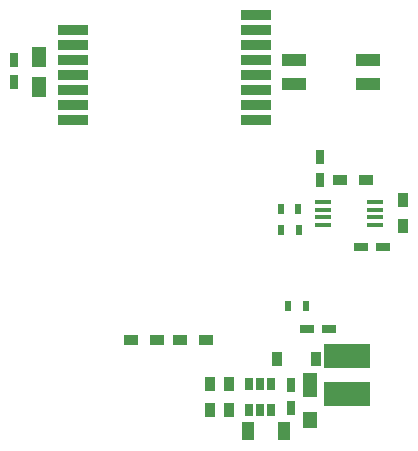
<source format=gtp>
%TF.GenerationSoftware,KiCad,Pcbnew,no-vcs-found-6573a43~60~ubuntu16.04.1*%
%TF.CreationDate,2017-10-02T18:35:18+03:00*%
%TF.ProjectId,livolo_1_channel_1way_eu_switch,6C69766F6C6F5F315F6368616E6E656C,rev?*%
%TF.SameCoordinates,Original*%
%TF.FileFunction,Paste,Top*%
%TF.FilePolarity,Positive*%
%FSLAX46Y46*%
G04 Gerber Fmt 4.6, Leading zero omitted, Abs format (unit mm)*
G04 Created by KiCad (PCBNEW no-vcs-found-6573a43~60~ubuntu16.04.1) date Mon Oct  2 18:35:18 2017*
%MOMM*%
%LPD*%
G01*
G04 APERTURE LIST*
%ADD10R,2.000000X1.000000*%
%ADD11R,2.500000X0.812800*%
%ADD12R,4.000000X2.000000*%
%ADD13R,1.200000X2.000000*%
%ADD14R,1.200000X1.400000*%
%ADD15R,0.900000X1.200000*%
%ADD16R,0.650000X1.060000*%
%ADD17R,1.200000X0.750000*%
%ADD18R,0.750000X1.200000*%
%ADD19R,1.200000X0.900000*%
%ADD20R,0.500000X0.900000*%
%ADD21R,1.260000X1.750000*%
%ADD22R,1.000000X1.600000*%
%ADD23R,1.450000X0.450000*%
G04 APERTURE END LIST*
D10*
X159400000Y-81600000D03*
X153150000Y-81600000D03*
X159400000Y-79600000D03*
X153150000Y-79600000D03*
D11*
X134500000Y-84710000D03*
X149946000Y-84710000D03*
X134500000Y-83440000D03*
X149946000Y-83440000D03*
X134500000Y-82170000D03*
X149946000Y-82170000D03*
X134500000Y-80900000D03*
X149946000Y-80900000D03*
X134500000Y-79630000D03*
X149946000Y-79630000D03*
X134500000Y-78360000D03*
X149946000Y-78360000D03*
X134500000Y-77090000D03*
X149946000Y-77090000D03*
X149946000Y-75820000D03*
D12*
X157700000Y-104650000D03*
X157700000Y-107900000D03*
D13*
X154500000Y-107100000D03*
D14*
X154500000Y-110100000D03*
D15*
X146100000Y-107000000D03*
X146100000Y-109200000D03*
D16*
X150300000Y-109200000D03*
X151250000Y-109200000D03*
X149350000Y-109200000D03*
X149350000Y-107000000D03*
X150300000Y-107000000D03*
X151250000Y-107000000D03*
D17*
X154250000Y-102400000D03*
X156150000Y-102400000D03*
D18*
X152900000Y-109050000D03*
X152900000Y-107150000D03*
D15*
X155050000Y-104900000D03*
X151750000Y-104900000D03*
X147700000Y-109200000D03*
X147700000Y-107000000D03*
D19*
X139400000Y-103300000D03*
X141600000Y-103300000D03*
X145700000Y-103300000D03*
X143500000Y-103300000D03*
D20*
X152650000Y-100400000D03*
X154150000Y-100400000D03*
D21*
X131600000Y-81875000D03*
X131600000Y-79325000D03*
D18*
X129500000Y-79600000D03*
X129500000Y-81500000D03*
D22*
X152300000Y-111000000D03*
X149300000Y-111000000D03*
D18*
X155400000Y-87850000D03*
X155400000Y-89750000D03*
D17*
X158850000Y-95400000D03*
X160750000Y-95400000D03*
D20*
X153600000Y-94000000D03*
X152100000Y-94000000D03*
X152050000Y-92200000D03*
X153550000Y-92200000D03*
D19*
X157100000Y-89800000D03*
X159300000Y-89800000D03*
D15*
X162400000Y-91500000D03*
X162400000Y-93700000D03*
D23*
X160000000Y-91625000D03*
X160000000Y-92275000D03*
X160000000Y-92925000D03*
X160000000Y-93575000D03*
X155600000Y-93575000D03*
X155600000Y-92925000D03*
X155600000Y-92275000D03*
X155600000Y-91625000D03*
M02*

</source>
